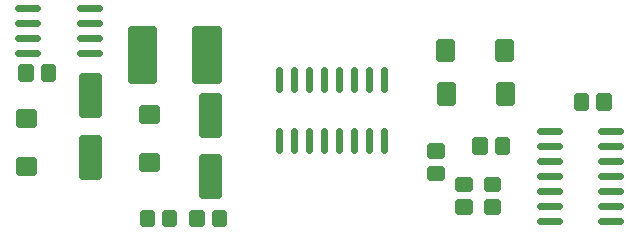
<source format=gbr>
G04 EAGLE Gerber RS-274X export*
G75*
%MOMM*%
%FSLAX34Y34*%
%LPD*%
%INSolderpaste Top*%
%IPPOS*%
%AMOC8*
5,1,8,0,0,1.08239X$1,22.5*%
G01*
%ADD10C,0.501903*%
%ADD11C,0.507000*%
%ADD12C,0.512000*%
%ADD13C,0.510000*%
%ADD14C,0.500000*%
%ADD15C,0.600000*%


D10*
X78043Y97041D02*
X78043Y63959D01*
X63757Y63959D01*
X63757Y97041D01*
X78043Y97041D01*
X78043Y68727D02*
X63757Y68727D01*
X63757Y73495D02*
X78043Y73495D01*
X78043Y78263D02*
X63757Y78263D01*
X63757Y83031D02*
X78043Y83031D01*
X78043Y87799D02*
X63757Y87799D01*
X63757Y92567D02*
X78043Y92567D01*
X78043Y115959D02*
X78043Y149041D01*
X78043Y115959D02*
X63757Y115959D01*
X63757Y149041D01*
X78043Y149041D01*
X78043Y120727D02*
X63757Y120727D01*
X63757Y125495D02*
X78043Y125495D01*
X78043Y130263D02*
X63757Y130263D01*
X63757Y135031D02*
X78043Y135031D01*
X78043Y139799D02*
X63757Y139799D01*
X63757Y144567D02*
X78043Y144567D01*
X179043Y80441D02*
X179043Y47359D01*
X164757Y47359D01*
X164757Y80441D01*
X179043Y80441D01*
X179043Y52127D02*
X164757Y52127D01*
X164757Y56895D02*
X179043Y56895D01*
X179043Y61663D02*
X164757Y61663D01*
X164757Y66431D02*
X179043Y66431D01*
X179043Y71199D02*
X164757Y71199D01*
X164757Y75967D02*
X179043Y75967D01*
X179043Y99359D02*
X179043Y132441D01*
X179043Y99359D02*
X164757Y99359D01*
X164757Y132441D01*
X179043Y132441D01*
X179043Y104127D02*
X164757Y104127D01*
X164757Y108895D02*
X179043Y108895D01*
X179043Y113663D02*
X164757Y113663D01*
X164757Y118431D02*
X179043Y118431D01*
X179043Y123199D02*
X164757Y123199D01*
X164757Y127967D02*
X179043Y127967D01*
D11*
X20065Y146635D02*
X12135Y146635D01*
X12135Y156565D01*
X20065Y156565D01*
X20065Y146635D01*
X20065Y151451D02*
X12135Y151451D01*
X12135Y156267D02*
X20065Y156267D01*
X31135Y146635D02*
X39065Y146635D01*
X31135Y146635D02*
X31135Y156565D01*
X39065Y156565D01*
X39065Y146635D01*
X39065Y151451D02*
X31135Y151451D01*
X31135Y156267D02*
X39065Y156267D01*
X175935Y33565D02*
X183865Y33565D01*
X183865Y23635D01*
X175935Y23635D01*
X175935Y33565D01*
X175935Y28451D02*
X183865Y28451D01*
X183865Y33267D02*
X175935Y33267D01*
X164865Y33565D02*
X156935Y33565D01*
X164865Y33565D02*
X164865Y23635D01*
X156935Y23635D01*
X156935Y33565D01*
X156935Y28451D02*
X164865Y28451D01*
X164865Y33267D02*
X156935Y33267D01*
X141665Y33565D02*
X133735Y33565D01*
X141665Y33565D02*
X141665Y23635D01*
X133735Y23635D01*
X133735Y33565D01*
X133735Y28451D02*
X141665Y28451D01*
X141665Y33267D02*
X133735Y33267D01*
X122665Y33565D02*
X114735Y33565D01*
X122665Y33565D02*
X122665Y23635D01*
X114735Y23635D01*
X114735Y33565D01*
X114735Y28451D02*
X122665Y28451D01*
X122665Y33267D02*
X114735Y33267D01*
D12*
X114260Y111110D02*
X114260Y121990D01*
X127140Y121990D01*
X127140Y111110D01*
X114260Y111110D01*
X114260Y115974D02*
X127140Y115974D01*
X127140Y120838D02*
X114260Y120838D01*
X127140Y81490D02*
X127140Y70610D01*
X114260Y70610D01*
X114260Y81490D01*
X127140Y81490D01*
X127140Y75474D02*
X114260Y75474D01*
X114260Y80338D02*
X127140Y80338D01*
X10260Y107710D02*
X10260Y118590D01*
X23140Y118590D01*
X23140Y107710D01*
X10260Y107710D01*
X10260Y112574D02*
X23140Y112574D01*
X23140Y117438D02*
X10260Y117438D01*
X23140Y78090D02*
X23140Y67210D01*
X10260Y67210D01*
X10260Y78090D01*
X23140Y78090D01*
X23140Y72074D02*
X10260Y72074D01*
X10260Y76938D02*
X23140Y76938D01*
D11*
X357935Y81835D02*
X357935Y89765D01*
X367865Y89765D01*
X367865Y81835D01*
X357935Y81835D01*
X357935Y86651D02*
X367865Y86651D01*
X357935Y70765D02*
X357935Y62835D01*
X357935Y70765D02*
X367865Y70765D01*
X367865Y62835D01*
X357935Y62835D01*
X357935Y67651D02*
X367865Y67651D01*
D13*
X78350Y167700D02*
X78350Y168600D01*
X78350Y167700D02*
X61450Y167700D01*
X61450Y168600D01*
X78350Y168600D01*
X78350Y180400D02*
X78350Y181300D01*
X78350Y180400D02*
X61450Y180400D01*
X61450Y181300D01*
X78350Y181300D01*
X78350Y193100D02*
X78350Y194000D01*
X78350Y193100D02*
X61450Y193100D01*
X61450Y194000D01*
X78350Y194000D01*
X78350Y205800D02*
X78350Y206700D01*
X78350Y205800D02*
X61450Y205800D01*
X61450Y206700D01*
X78350Y206700D01*
X26350Y206700D02*
X26350Y205800D01*
X9450Y205800D01*
X9450Y206700D01*
X26350Y206700D01*
X26350Y194000D02*
X26350Y193100D01*
X9450Y193100D01*
X9450Y194000D01*
X26350Y194000D01*
X26350Y181300D02*
X26350Y180400D01*
X9450Y180400D01*
X9450Y181300D01*
X26350Y181300D01*
X26350Y168600D02*
X26350Y167700D01*
X9450Y167700D01*
X9450Y168600D01*
X26350Y168600D01*
D14*
X104540Y188900D02*
X104540Y144900D01*
X104540Y188900D02*
X124540Y188900D01*
X124540Y144900D01*
X104540Y144900D01*
X104540Y149650D02*
X124540Y149650D01*
X124540Y154400D02*
X104540Y154400D01*
X104540Y159150D02*
X124540Y159150D01*
X124540Y163900D02*
X104540Y163900D01*
X104540Y168650D02*
X124540Y168650D01*
X124540Y173400D02*
X104540Y173400D01*
X104540Y178150D02*
X124540Y178150D01*
X124540Y182900D02*
X104540Y182900D01*
X104540Y187650D02*
X124540Y187650D01*
X159460Y188900D02*
X159460Y144900D01*
X159460Y188900D02*
X179460Y188900D01*
X179460Y144900D01*
X159460Y144900D01*
X159460Y149650D02*
X179460Y149650D01*
X179460Y154400D02*
X159460Y154400D01*
X159460Y159150D02*
X179460Y159150D01*
X179460Y163900D02*
X159460Y163900D01*
X159460Y168650D02*
X179460Y168650D01*
X179460Y173400D02*
X159460Y173400D01*
X159460Y178150D02*
X179460Y178150D01*
X179460Y182900D02*
X159460Y182900D01*
X159460Y187650D02*
X179460Y187650D01*
D13*
X242800Y85550D02*
X243700Y85550D01*
X242800Y85550D02*
X242800Y102450D01*
X243700Y102450D01*
X243700Y85550D01*
X243700Y90395D02*
X242800Y90395D01*
X242800Y95240D02*
X243700Y95240D01*
X243700Y100085D02*
X242800Y100085D01*
X268200Y137550D02*
X269100Y137550D01*
X268200Y137550D02*
X268200Y154450D01*
X269100Y154450D01*
X269100Y137550D01*
X269100Y142395D02*
X268200Y142395D01*
X268200Y147240D02*
X269100Y147240D01*
X269100Y152085D02*
X268200Y152085D01*
X231000Y85550D02*
X230100Y85550D01*
X230100Y102450D01*
X231000Y102450D01*
X231000Y85550D01*
X231000Y90395D02*
X230100Y90395D01*
X230100Y95240D02*
X231000Y95240D01*
X231000Y100085D02*
X230100Y100085D01*
X255500Y85550D02*
X256400Y85550D01*
X255500Y85550D02*
X255500Y102450D01*
X256400Y102450D01*
X256400Y85550D01*
X256400Y90395D02*
X255500Y90395D01*
X255500Y95240D02*
X256400Y95240D01*
X256400Y100085D02*
X255500Y100085D01*
X268200Y85550D02*
X269100Y85550D01*
X268200Y85550D02*
X268200Y102450D01*
X269100Y102450D01*
X269100Y85550D01*
X269100Y90395D02*
X268200Y90395D01*
X268200Y95240D02*
X269100Y95240D01*
X269100Y100085D02*
X268200Y100085D01*
X256400Y137550D02*
X255500Y137550D01*
X255500Y154450D01*
X256400Y154450D01*
X256400Y137550D01*
X256400Y142395D02*
X255500Y142395D01*
X255500Y147240D02*
X256400Y147240D01*
X256400Y152085D02*
X255500Y152085D01*
X280900Y137550D02*
X281800Y137550D01*
X280900Y137550D02*
X280900Y154450D01*
X281800Y154450D01*
X281800Y137550D01*
X281800Y142395D02*
X280900Y142395D01*
X280900Y147240D02*
X281800Y147240D01*
X281800Y152085D02*
X280900Y152085D01*
X293600Y137550D02*
X294500Y137550D01*
X293600Y137550D02*
X293600Y154450D01*
X294500Y154450D01*
X294500Y137550D01*
X294500Y142395D02*
X293600Y142395D01*
X293600Y147240D02*
X294500Y147240D01*
X294500Y152085D02*
X293600Y152085D01*
X293600Y85550D02*
X294500Y85550D01*
X293600Y85550D02*
X293600Y102450D01*
X294500Y102450D01*
X294500Y85550D01*
X294500Y90395D02*
X293600Y90395D01*
X293600Y95240D02*
X294500Y95240D01*
X294500Y100085D02*
X293600Y100085D01*
X319000Y137550D02*
X319900Y137550D01*
X319000Y137550D02*
X319000Y154450D01*
X319900Y154450D01*
X319900Y137550D01*
X319900Y142395D02*
X319000Y142395D01*
X319000Y147240D02*
X319900Y147240D01*
X319900Y152085D02*
X319000Y152085D01*
X281800Y85550D02*
X280900Y85550D01*
X280900Y102450D01*
X281800Y102450D01*
X281800Y85550D01*
X281800Y90395D02*
X280900Y90395D01*
X280900Y95240D02*
X281800Y95240D01*
X281800Y100085D02*
X280900Y100085D01*
X306300Y85550D02*
X307200Y85550D01*
X306300Y85550D02*
X306300Y102450D01*
X307200Y102450D01*
X307200Y85550D01*
X307200Y90395D02*
X306300Y90395D01*
X306300Y95240D02*
X307200Y95240D01*
X307200Y100085D02*
X306300Y100085D01*
X306300Y137550D02*
X307200Y137550D01*
X306300Y137550D02*
X306300Y154450D01*
X307200Y154450D01*
X307200Y137550D01*
X307200Y142395D02*
X306300Y142395D01*
X306300Y147240D02*
X307200Y147240D01*
X307200Y152085D02*
X306300Y152085D01*
X319000Y85550D02*
X319900Y85550D01*
X319000Y85550D02*
X319000Y102450D01*
X319900Y102450D01*
X319900Y85550D01*
X319900Y90395D02*
X319000Y90395D01*
X319000Y95240D02*
X319900Y95240D01*
X319900Y100085D02*
X319000Y100085D01*
X243700Y137550D02*
X242800Y137550D01*
X242800Y154450D01*
X243700Y154450D01*
X243700Y137550D01*
X243700Y142395D02*
X242800Y142395D01*
X242800Y147240D02*
X243700Y147240D01*
X243700Y152085D02*
X242800Y152085D01*
X231000Y137550D02*
X230100Y137550D01*
X230100Y154450D01*
X231000Y154450D01*
X231000Y137550D01*
X231000Y142395D02*
X230100Y142395D01*
X230100Y147240D02*
X231000Y147240D01*
X231000Y152085D02*
X230100Y152085D01*
D11*
X391965Y42465D02*
X391965Y34535D01*
X382035Y34535D01*
X382035Y42465D01*
X391965Y42465D01*
X391965Y39351D02*
X382035Y39351D01*
X391965Y53535D02*
X391965Y61465D01*
X391965Y53535D02*
X382035Y53535D01*
X382035Y61465D01*
X391965Y61465D01*
X391965Y58351D02*
X382035Y58351D01*
X415965Y42465D02*
X415965Y34535D01*
X406035Y34535D01*
X406035Y42465D01*
X415965Y42465D01*
X415965Y39351D02*
X406035Y39351D01*
X415965Y53535D02*
X415965Y61465D01*
X415965Y53535D02*
X406035Y53535D01*
X406035Y61465D01*
X415965Y61465D01*
X415965Y58351D02*
X406035Y58351D01*
D12*
X415560Y163560D02*
X415560Y178440D01*
X426440Y178440D01*
X426440Y163560D01*
X415560Y163560D01*
X415560Y168424D02*
X426440Y168424D01*
X426440Y173288D02*
X415560Y173288D01*
X415560Y178152D02*
X426440Y178152D01*
X365560Y178440D02*
X365560Y163560D01*
X365560Y178440D02*
X376440Y178440D01*
X376440Y163560D01*
X365560Y163560D01*
X365560Y168424D02*
X376440Y168424D01*
X376440Y173288D02*
X365560Y173288D01*
X365560Y178152D02*
X376440Y178152D01*
X416560Y141440D02*
X416560Y126560D01*
X416560Y141440D02*
X427440Y141440D01*
X427440Y126560D01*
X416560Y126560D01*
X416560Y131424D02*
X427440Y131424D01*
X427440Y136288D02*
X416560Y136288D01*
X416560Y141152D02*
X427440Y141152D01*
X366560Y141440D02*
X366560Y126560D01*
X366560Y141440D02*
X377440Y141440D01*
X377440Y126560D01*
X366560Y126560D01*
X366560Y131424D02*
X377440Y131424D01*
X377440Y136288D02*
X366560Y136288D01*
X366560Y141152D02*
X377440Y141152D01*
D15*
X451000Y90400D02*
X467000Y90400D01*
X503000Y90400D02*
X519000Y90400D01*
X467000Y103100D02*
X451000Y103100D01*
X451000Y77700D02*
X467000Y77700D01*
X467000Y65000D02*
X451000Y65000D01*
X503000Y103100D02*
X519000Y103100D01*
X519000Y77700D02*
X503000Y77700D01*
X503000Y65000D02*
X519000Y65000D01*
X467000Y39600D02*
X451000Y39600D01*
X503000Y39600D02*
X519000Y39600D01*
X467000Y52300D02*
X451000Y52300D01*
X451000Y26900D02*
X467000Y26900D01*
X503000Y52300D02*
X519000Y52300D01*
X519000Y26900D02*
X503000Y26900D01*
D11*
X423465Y94965D02*
X415535Y94965D01*
X423465Y94965D02*
X423465Y85035D01*
X415535Y85035D01*
X415535Y94965D01*
X415535Y89851D02*
X423465Y89851D01*
X423465Y94667D02*
X415535Y94667D01*
X404465Y94965D02*
X396535Y94965D01*
X404465Y94965D02*
X404465Y85035D01*
X396535Y85035D01*
X396535Y94965D01*
X396535Y89851D02*
X404465Y89851D01*
X404465Y94667D02*
X396535Y94667D01*
X482535Y122035D02*
X490465Y122035D01*
X482535Y122035D02*
X482535Y131965D01*
X490465Y131965D01*
X490465Y122035D01*
X490465Y126851D02*
X482535Y126851D01*
X482535Y131667D02*
X490465Y131667D01*
X501535Y122035D02*
X509465Y122035D01*
X501535Y122035D02*
X501535Y131965D01*
X509465Y131965D01*
X509465Y122035D01*
X509465Y126851D02*
X501535Y126851D01*
X501535Y131667D02*
X509465Y131667D01*
M02*

</source>
